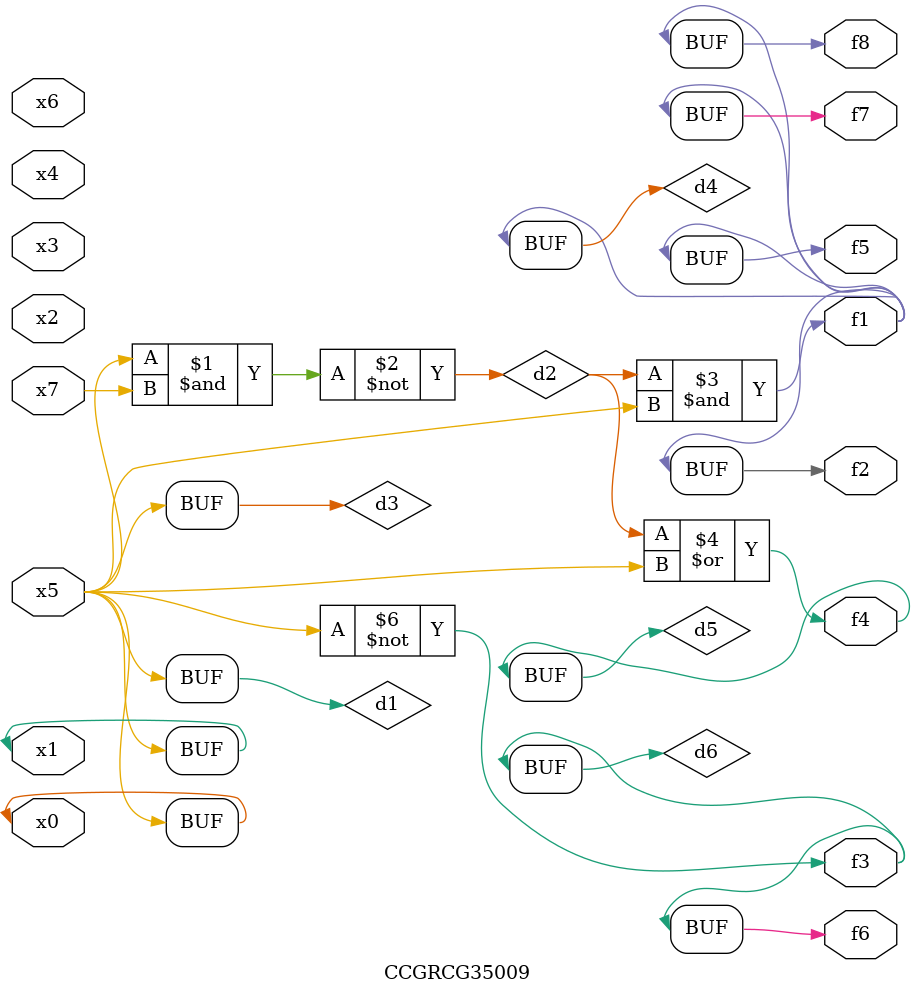
<source format=v>
module CCGRCG35009(
	input x0, x1, x2, x3, x4, x5, x6, x7,
	output f1, f2, f3, f4, f5, f6, f7, f8
);

	wire d1, d2, d3, d4, d5, d6;

	buf (d1, x0, x5);
	nand (d2, x5, x7);
	buf (d3, x0, x1);
	and (d4, d2, d3);
	or (d5, d2, d3);
	nor (d6, d1, d3);
	assign f1 = d4;
	assign f2 = d4;
	assign f3 = d6;
	assign f4 = d5;
	assign f5 = d4;
	assign f6 = d6;
	assign f7 = d4;
	assign f8 = d4;
endmodule

</source>
